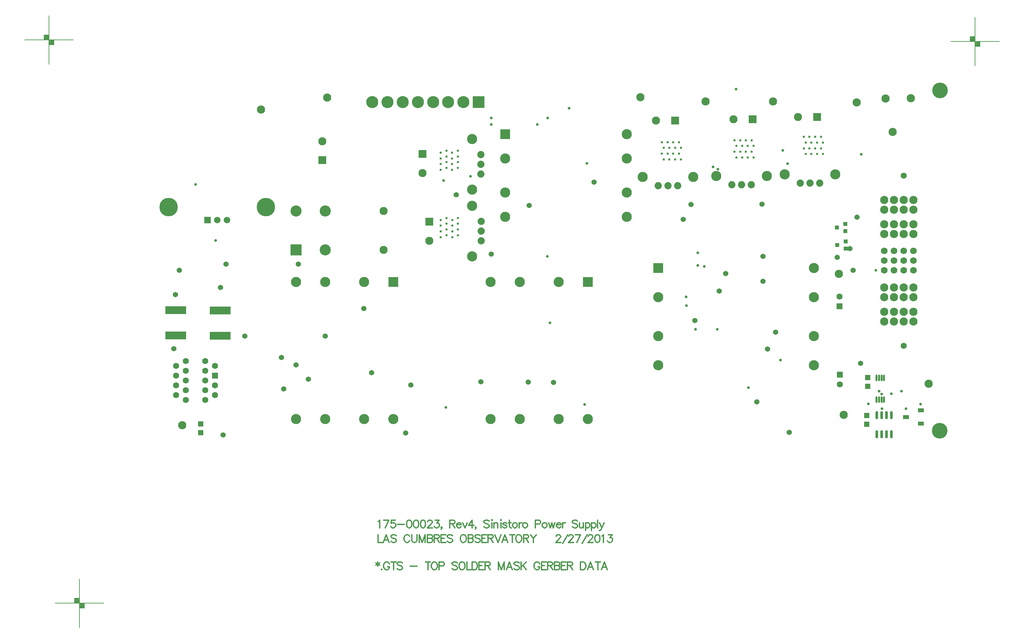
<source format=gts>
%FSLAX23Y23*%
%MOIN*%
G70*
G01*
G75*
G04 Layer_Color=8388736*
%ADD10O,0.024X0.079*%
%ADD11R,0.050X0.050*%
%ADD12O,0.014X0.067*%
%ADD13R,0.059X0.039*%
%ADD14R,0.036X0.036*%
%ADD15R,0.209X0.079*%
%ADD16C,0.010*%
%ADD17C,0.025*%
%ADD18C,0.050*%
%ADD19C,0.020*%
%ADD20C,0.100*%
%ADD21C,0.007*%
%ADD22C,0.012*%
%ADD23C,0.008*%
%ADD24C,0.012*%
%ADD25C,0.012*%
%ADD26R,0.100X0.100*%
%ADD27C,0.100*%
%ADD28R,0.100X0.100*%
%ADD29C,0.020*%
%ADD30C,0.063*%
%ADD31R,0.063X0.063*%
%ADD32C,0.070*%
%ADD33C,0.110*%
%ADD34R,0.110X0.110*%
%ADD35C,0.079*%
%ADD36C,0.059*%
%ADD37C,0.080*%
%ADD38C,0.065*%
%ADD39R,0.059X0.059*%
%ADD40R,0.059X0.059*%
%ADD41C,0.120*%
%ADD42R,0.120X0.120*%
%ADD43R,0.079X0.079*%
%ADD44R,0.079X0.079*%
%ADD45C,0.197*%
%ADD46C,0.157*%
%ADD47C,0.024*%
%ADD48C,0.050*%
%ADD49C,0.040*%
%ADD50C,0.005*%
G04:AMPARAMS|DCode=51|XSize=120mil|YSize=120mil|CornerRadius=0mil|HoleSize=0mil|Usage=FLASHONLY|Rotation=0.000|XOffset=0mil|YOffset=0mil|HoleType=Round|Shape=Relief|Width=10mil|Gap=10mil|Entries=4|*
%AMTHD51*
7,0,0,0.120,0.100,0.010,45*
%
%ADD51THD51*%
%ADD52C,0.030*%
%ADD53C,0.059*%
%ADD54C,0.060*%
G04:AMPARAMS|DCode=55|XSize=100mil|YSize=100mil|CornerRadius=0mil|HoleSize=0mil|Usage=FLASHONLY|Rotation=0.000|XOffset=0mil|YOffset=0mil|HoleType=Round|Shape=Relief|Width=10mil|Gap=10mil|Entries=4|*
%AMTHD55*
7,0,0,0.100,0.080,0.010,45*
%
%ADD55THD55*%
%ADD56C,0.091*%
%ADD57C,0.067*%
%ADD58C,0.170*%
%ADD59C,0.072*%
G04:AMPARAMS|DCode=60|XSize=112mil|YSize=112mil|CornerRadius=0mil|HoleSize=0mil|Usage=FLASHONLY|Rotation=0.000|XOffset=0mil|YOffset=0mil|HoleType=Round|Shape=Relief|Width=10mil|Gap=10mil|Entries=4|*
%AMTHD60*
7,0,0,0.112,0.092,0.010,45*
%
%ADD60THD60*%
%ADD61C,0.059*%
%ADD62C,0.055*%
G04:AMPARAMS|DCode=63|XSize=95.433mil|YSize=95.433mil|CornerRadius=0mil|HoleSize=0mil|Usage=FLASHONLY|Rotation=0.000|XOffset=0mil|YOffset=0mil|HoleType=Round|Shape=Relief|Width=10mil|Gap=10mil|Entries=4|*
%AMTHD63*
7,0,0,0.095,0.075,0.010,45*
%
%ADD63THD63*%
%ADD64C,0.090*%
G04:AMPARAMS|DCode=65|XSize=107.244mil|YSize=107.244mil|CornerRadius=0mil|HoleSize=0mil|Usage=FLASHONLY|Rotation=0.000|XOffset=0mil|YOffset=0mil|HoleType=Round|Shape=Relief|Width=10mil|Gap=10mil|Entries=4|*
%AMTHD65*
7,0,0,0.107,0.087,0.010,45*
%
%ADD65THD65*%
%ADD66C,0.145*%
%ADD67C,0.186*%
G04:AMPARAMS|DCode=68|XSize=70mil|YSize=70mil|CornerRadius=0mil|HoleSize=0mil|Usage=FLASHONLY|Rotation=0.000|XOffset=0mil|YOffset=0mil|HoleType=Round|Shape=Relief|Width=10mil|Gap=10mil|Entries=4|*
%AMTHD68*
7,0,0,0.070,0.050,0.010,45*
%
%ADD68THD68*%
%ADD69C,0.048*%
G04:AMPARAMS|DCode=70|XSize=88mil|YSize=88mil|CornerRadius=0mil|HoleSize=0mil|Usage=FLASHONLY|Rotation=0.000|XOffset=0mil|YOffset=0mil|HoleType=Round|Shape=Relief|Width=10mil|Gap=10mil|Entries=4|*
%AMTHD70*
7,0,0,0.088,0.068,0.010,45*
%
%ADD70THD70*%
%ADD71C,0.008*%
G04:AMPARAMS|DCode=72|XSize=99.37mil|YSize=99.37mil|CornerRadius=0mil|HoleSize=0mil|Usage=FLASHONLY|Rotation=0.000|XOffset=0mil|YOffset=0mil|HoleType=Round|Shape=Relief|Width=10mil|Gap=10mil|Entries=4|*
%AMTHD72*
7,0,0,0.099,0.079,0.010,45*
%
%ADD72THD72*%
%ADD73R,0.268X0.272*%
%ADD74R,0.037X0.075*%
%ADD75R,0.035X0.037*%
%ADD76R,0.035X0.037*%
%ADD77R,0.102X0.094*%
%ADD78R,0.063X0.075*%
%ADD79O,0.028X0.098*%
%ADD80R,0.036X0.032*%
%ADD81R,0.150X0.106*%
%ADD82R,0.050X0.050*%
%ADD83R,0.036X0.036*%
%ADD84R,0.272X0.268*%
%ADD85R,0.075X0.037*%
%ADD86R,0.032X0.036*%
%ADD87R,0.079X0.209*%
%ADD88C,0.010*%
%ADD89C,0.010*%
%ADD90C,0.024*%
%ADD91C,0.020*%
%ADD92C,0.030*%
%ADD93C,0.015*%
%ADD94C,0.007*%
%ADD95C,0.006*%
%ADD96C,0.012*%
%ADD97C,0.006*%
%ADD98R,0.043X0.008*%
%ADD99R,0.257X0.184*%
%ADD100O,0.028X0.083*%
%ADD101R,0.054X0.054*%
%ADD102O,0.018X0.071*%
%ADD103R,0.063X0.043*%
%ADD104R,0.040X0.040*%
%ADD105R,0.213X0.083*%
%ADD106R,0.104X0.104*%
%ADD107C,0.104*%
%ADD108R,0.104X0.104*%
%ADD109C,0.067*%
%ADD110R,0.067X0.067*%
%ADD111C,0.074*%
%ADD112C,0.114*%
%ADD113R,0.114X0.114*%
%ADD114C,0.083*%
%ADD115C,0.063*%
%ADD116C,0.084*%
%ADD117C,0.069*%
%ADD118R,0.063X0.063*%
%ADD119R,0.063X0.063*%
%ADD120C,0.124*%
%ADD121R,0.124X0.124*%
%ADD122R,0.083X0.083*%
%ADD123R,0.083X0.083*%
%ADD124C,0.190*%
%ADD125C,0.161*%
%ADD126C,0.028*%
%ADD127C,0.054*%
D22*
X19956Y14499D02*
Y14454D01*
X19937Y14488D02*
X19975Y14465D01*
Y14488D02*
X19937Y14465D01*
X19995Y14427D02*
X19991Y14423D01*
X19995Y14419D01*
X19999Y14423D01*
X19995Y14427D01*
X20074Y14480D02*
X20070Y14488D01*
X20062Y14496D01*
X20055Y14499D01*
X20039D01*
X20032Y14496D01*
X20024Y14488D01*
X20020Y14480D01*
X20017Y14469D01*
Y14450D01*
X20020Y14439D01*
X20024Y14431D01*
X20032Y14423D01*
X20039Y14419D01*
X20055D01*
X20062Y14423D01*
X20070Y14431D01*
X20074Y14439D01*
Y14450D01*
X20055D02*
X20074D01*
X20119Y14499D02*
Y14419D01*
X20092Y14499D02*
X20145D01*
X20208Y14488D02*
X20201Y14496D01*
X20189Y14499D01*
X20174D01*
X20162Y14496D01*
X20155Y14488D01*
Y14480D01*
X20159Y14473D01*
X20162Y14469D01*
X20170Y14465D01*
X20193Y14458D01*
X20201Y14454D01*
X20204Y14450D01*
X20208Y14442D01*
Y14431D01*
X20201Y14423D01*
X20189Y14419D01*
X20174D01*
X20162Y14423D01*
X20155Y14431D01*
X20289Y14454D02*
X20358D01*
X20471Y14499D02*
Y14419D01*
X20444Y14499D02*
X20497D01*
X20530D02*
X20522Y14496D01*
X20514Y14488D01*
X20511Y14480D01*
X20507Y14469D01*
Y14450D01*
X20511Y14439D01*
X20514Y14431D01*
X20522Y14423D01*
X20530Y14419D01*
X20545D01*
X20553Y14423D01*
X20560Y14431D01*
X20564Y14439D01*
X20568Y14450D01*
Y14469D01*
X20564Y14480D01*
X20560Y14488D01*
X20553Y14496D01*
X20545Y14499D01*
X20530D01*
X20586Y14458D02*
X20621D01*
X20632Y14461D01*
X20636Y14465D01*
X20640Y14473D01*
Y14484D01*
X20636Y14492D01*
X20632Y14496D01*
X20621Y14499D01*
X20586D01*
Y14419D01*
X20774Y14488D02*
X20766Y14496D01*
X20755Y14499D01*
X20740D01*
X20728Y14496D01*
X20720Y14488D01*
Y14480D01*
X20724Y14473D01*
X20728Y14469D01*
X20736Y14465D01*
X20759Y14458D01*
X20766Y14454D01*
X20770Y14450D01*
X20774Y14442D01*
Y14431D01*
X20766Y14423D01*
X20755Y14419D01*
X20740D01*
X20728Y14423D01*
X20720Y14431D01*
X20815Y14499D02*
X20807Y14496D01*
X20799Y14488D01*
X20796Y14480D01*
X20792Y14469D01*
Y14450D01*
X20796Y14439D01*
X20799Y14431D01*
X20807Y14423D01*
X20815Y14419D01*
X20830D01*
X20837Y14423D01*
X20845Y14431D01*
X20849Y14439D01*
X20853Y14450D01*
Y14469D01*
X20849Y14480D01*
X20845Y14488D01*
X20837Y14496D01*
X20830Y14499D01*
X20815D01*
X20871D02*
Y14419D01*
X20917D01*
X20926Y14499D02*
Y14419D01*
Y14499D02*
X20952D01*
X20964Y14496D01*
X20971Y14488D01*
X20975Y14480D01*
X20979Y14469D01*
Y14450D01*
X20975Y14439D01*
X20971Y14431D01*
X20964Y14423D01*
X20952Y14419D01*
X20926D01*
X21046Y14499D02*
X20997D01*
Y14419D01*
X21046D01*
X20997Y14461D02*
X21027D01*
X21060Y14499D02*
Y14419D01*
Y14499D02*
X21094D01*
X21106Y14496D01*
X21109Y14492D01*
X21113Y14484D01*
Y14477D01*
X21109Y14469D01*
X21106Y14465D01*
X21094Y14461D01*
X21060D01*
X21086D02*
X21113Y14419D01*
X21194Y14499D02*
Y14419D01*
Y14499D02*
X21224Y14419D01*
X21255Y14499D02*
X21224Y14419D01*
X21255Y14499D02*
Y14419D01*
X21339D02*
X21308Y14499D01*
X21278Y14419D01*
X21289Y14446D02*
X21327D01*
X21411Y14488D02*
X21403Y14496D01*
X21392Y14499D01*
X21376D01*
X21365Y14496D01*
X21357Y14488D01*
Y14480D01*
X21361Y14473D01*
X21365Y14469D01*
X21373Y14465D01*
X21395Y14458D01*
X21403Y14454D01*
X21407Y14450D01*
X21411Y14442D01*
Y14431D01*
X21403Y14423D01*
X21392Y14419D01*
X21376D01*
X21365Y14423D01*
X21357Y14431D01*
X21429Y14499D02*
Y14419D01*
X21482Y14499D02*
X21429Y14446D01*
X21448Y14465D02*
X21482Y14419D01*
X21620Y14480D02*
X21616Y14488D01*
X21608Y14496D01*
X21601Y14499D01*
X21585D01*
X21578Y14496D01*
X21570Y14488D01*
X21566Y14480D01*
X21563Y14469D01*
Y14450D01*
X21566Y14439D01*
X21570Y14431D01*
X21578Y14423D01*
X21585Y14419D01*
X21601D01*
X21608Y14423D01*
X21616Y14431D01*
X21620Y14439D01*
Y14450D01*
X21601D02*
X21620D01*
X21688Y14499D02*
X21638D01*
Y14419D01*
X21688D01*
X21638Y14461D02*
X21668D01*
X21701Y14499D02*
Y14419D01*
Y14499D02*
X21735D01*
X21747Y14496D01*
X21750Y14492D01*
X21754Y14484D01*
Y14477D01*
X21750Y14469D01*
X21747Y14465D01*
X21735Y14461D01*
X21701D01*
X21727D02*
X21754Y14419D01*
X21772Y14499D02*
Y14419D01*
Y14499D02*
X21806D01*
X21818Y14496D01*
X21822Y14492D01*
X21825Y14484D01*
Y14477D01*
X21822Y14469D01*
X21818Y14465D01*
X21806Y14461D01*
X21772D02*
X21806D01*
X21818Y14458D01*
X21822Y14454D01*
X21825Y14446D01*
Y14435D01*
X21822Y14427D01*
X21818Y14423D01*
X21806Y14419D01*
X21772D01*
X21893Y14499D02*
X21843D01*
Y14419D01*
X21893D01*
X21843Y14461D02*
X21874D01*
X21906Y14499D02*
Y14419D01*
Y14499D02*
X21940D01*
X21952Y14496D01*
X21956Y14492D01*
X21959Y14484D01*
Y14477D01*
X21956Y14469D01*
X21952Y14465D01*
X21940Y14461D01*
X21906D01*
X21933D02*
X21959Y14419D01*
X22040Y14499D02*
Y14419D01*
Y14499D02*
X22067D01*
X22078Y14496D01*
X22086Y14488D01*
X22090Y14480D01*
X22094Y14469D01*
Y14450D01*
X22090Y14439D01*
X22086Y14431D01*
X22078Y14423D01*
X22067Y14419D01*
X22040D01*
X22172D02*
X22142Y14499D01*
X22111Y14419D01*
X22123Y14446D02*
X22161D01*
X22218Y14499D02*
Y14419D01*
X22191Y14499D02*
X22244D01*
X22315Y14419D02*
X22284Y14499D01*
X22254Y14419D01*
X22265Y14446D02*
X22303D01*
D23*
X26066Y19877D02*
X26076D01*
X26066Y19872D02*
Y19882D01*
Y19872D02*
X26076D01*
Y19882D01*
X26066D02*
X26076D01*
X26061Y19867D02*
Y19882D01*
Y19867D02*
X26081D01*
Y19887D01*
X26061D02*
X26081D01*
X26056Y19862D02*
Y19887D01*
Y19862D02*
X26086D01*
Y19892D01*
X26056D02*
X26086D01*
X26051Y19857D02*
Y19897D01*
Y19857D02*
X26091D01*
Y19897D01*
X26051D02*
X26091D01*
X26116Y19827D02*
X26126D01*
X26116Y19822D02*
Y19832D01*
Y19822D02*
X26126D01*
Y19832D01*
X26116D02*
X26126D01*
X26111Y19817D02*
Y19832D01*
Y19817D02*
X26131D01*
Y19837D01*
X26111D02*
X26131D01*
X26106Y19812D02*
Y19837D01*
Y19812D02*
X26136D01*
Y19842D01*
X26106D02*
X26136D01*
X26101Y19807D02*
Y19847D01*
Y19807D02*
X26141D01*
Y19847D01*
X26101D02*
X26141D01*
X26096Y19802D02*
X26146D01*
Y19852D01*
X26046Y19902D02*
X26096D01*
X26046Y19852D02*
Y19902D01*
X26096Y19602D02*
Y20102D01*
X25846Y19852D02*
X26346D01*
X16547Y19893D02*
X16557D01*
X16547Y19888D02*
Y19898D01*
Y19888D02*
X16557D01*
Y19898D01*
X16547D02*
X16557D01*
X16542Y19883D02*
Y19898D01*
Y19883D02*
X16562D01*
Y19903D01*
X16542D02*
X16562D01*
X16537Y19878D02*
Y19903D01*
Y19878D02*
X16567D01*
Y19908D01*
X16537D02*
X16567D01*
X16532Y19873D02*
Y19913D01*
Y19873D02*
X16572D01*
Y19913D01*
X16532D02*
X16572D01*
X16597Y19843D02*
X16607D01*
X16597Y19838D02*
Y19848D01*
Y19838D02*
X16607D01*
Y19848D01*
X16597D02*
X16607D01*
X16592Y19833D02*
Y19848D01*
Y19833D02*
X16612D01*
Y19853D01*
X16592D02*
X16612D01*
X16587Y19828D02*
Y19853D01*
Y19828D02*
X16617D01*
Y19858D01*
X16587D02*
X16617D01*
X16582Y19823D02*
Y19863D01*
Y19823D02*
X16622D01*
Y19863D01*
X16582D02*
X16622D01*
X16577Y19818D02*
X16627D01*
Y19868D01*
X16527Y19918D02*
X16577D01*
X16527Y19868D02*
Y19918D01*
X16577Y19618D02*
Y20118D01*
X16327Y19868D02*
X16827D01*
X16860Y14102D02*
X16870D01*
X16860Y14097D02*
Y14107D01*
Y14097D02*
X16870D01*
Y14107D01*
X16860D02*
X16870D01*
X16855Y14092D02*
Y14107D01*
Y14092D02*
X16875D01*
Y14112D01*
X16855D02*
X16875D01*
X16850Y14087D02*
Y14112D01*
Y14087D02*
X16880D01*
Y14117D01*
X16850D02*
X16880D01*
X16845Y14082D02*
Y14122D01*
Y14082D02*
X16885D01*
Y14122D01*
X16845D02*
X16885D01*
X16910Y14052D02*
X16920D01*
X16910Y14047D02*
Y14057D01*
Y14047D02*
X16920D01*
Y14057D01*
X16910D02*
X16920D01*
X16905Y14042D02*
Y14057D01*
Y14042D02*
X16925D01*
Y14062D01*
X16905D02*
X16925D01*
X16900Y14037D02*
Y14062D01*
Y14037D02*
X16930D01*
Y14067D01*
X16900D02*
X16930D01*
X16895Y14032D02*
Y14072D01*
Y14032D02*
X16935D01*
Y14072D01*
X16895D02*
X16935D01*
X16890Y14027D02*
X16940D01*
Y14077D01*
X16840Y14127D02*
X16890D01*
X16840Y14077D02*
Y14127D01*
X16890Y13827D02*
Y14327D01*
X16640Y14077D02*
X17140D01*
D24*
X19958Y14780D02*
Y14700D01*
X20004D01*
X20073D02*
X20043Y14780D01*
X20013Y14700D01*
X20024Y14727D02*
X20062D01*
X20145Y14769D02*
X20138Y14776D01*
X20126Y14780D01*
X20111D01*
X20100Y14776D01*
X20092Y14769D01*
Y14761D01*
X20096Y14753D01*
X20100Y14750D01*
X20107Y14746D01*
X20130Y14738D01*
X20138Y14734D01*
X20142Y14731D01*
X20145Y14723D01*
Y14711D01*
X20138Y14704D01*
X20126Y14700D01*
X20111D01*
X20100Y14704D01*
X20092Y14711D01*
X20283Y14761D02*
X20280Y14769D01*
X20272Y14776D01*
X20264Y14780D01*
X20249D01*
X20241Y14776D01*
X20234Y14769D01*
X20230Y14761D01*
X20226Y14750D01*
Y14731D01*
X20230Y14719D01*
X20234Y14711D01*
X20241Y14704D01*
X20249Y14700D01*
X20264D01*
X20272Y14704D01*
X20280Y14711D01*
X20283Y14719D01*
X20306Y14780D02*
Y14723D01*
X20310Y14711D01*
X20317Y14704D01*
X20329Y14700D01*
X20336D01*
X20348Y14704D01*
X20355Y14711D01*
X20359Y14723D01*
Y14780D01*
X20381D02*
Y14700D01*
Y14780D02*
X20412Y14700D01*
X20442Y14780D02*
X20412Y14700D01*
X20442Y14780D02*
Y14700D01*
X20465Y14780D02*
Y14700D01*
Y14780D02*
X20499D01*
X20511Y14776D01*
X20515Y14772D01*
X20518Y14765D01*
Y14757D01*
X20515Y14750D01*
X20511Y14746D01*
X20499Y14742D01*
X20465D02*
X20499D01*
X20511Y14738D01*
X20515Y14734D01*
X20518Y14727D01*
Y14715D01*
X20515Y14708D01*
X20511Y14704D01*
X20499Y14700D01*
X20465D01*
X20536Y14780D02*
Y14700D01*
Y14780D02*
X20570D01*
X20582Y14776D01*
X20586Y14772D01*
X20590Y14765D01*
Y14757D01*
X20586Y14750D01*
X20582Y14746D01*
X20570Y14742D01*
X20536D01*
X20563D02*
X20590Y14700D01*
X20657Y14780D02*
X20607D01*
Y14700D01*
X20657D01*
X20607Y14742D02*
X20638D01*
X20724Y14769D02*
X20716Y14776D01*
X20705Y14780D01*
X20689D01*
X20678Y14776D01*
X20670Y14769D01*
Y14761D01*
X20674Y14753D01*
X20678Y14750D01*
X20686Y14746D01*
X20708Y14738D01*
X20716Y14734D01*
X20720Y14731D01*
X20724Y14723D01*
Y14711D01*
X20716Y14704D01*
X20705Y14700D01*
X20689D01*
X20678Y14704D01*
X20670Y14711D01*
X20827Y14780D02*
X20820Y14776D01*
X20812Y14769D01*
X20808Y14761D01*
X20804Y14750D01*
Y14731D01*
X20808Y14719D01*
X20812Y14711D01*
X20820Y14704D01*
X20827Y14700D01*
X20842D01*
X20850Y14704D01*
X20858Y14711D01*
X20861Y14719D01*
X20865Y14731D01*
Y14750D01*
X20861Y14761D01*
X20858Y14769D01*
X20850Y14776D01*
X20842Y14780D01*
X20827D01*
X20884D02*
Y14700D01*
Y14780D02*
X20918D01*
X20930Y14776D01*
X20933Y14772D01*
X20937Y14765D01*
Y14757D01*
X20933Y14750D01*
X20930Y14746D01*
X20918Y14742D01*
X20884D02*
X20918D01*
X20930Y14738D01*
X20933Y14734D01*
X20937Y14727D01*
Y14715D01*
X20933Y14708D01*
X20930Y14704D01*
X20918Y14700D01*
X20884D01*
X21008Y14769D02*
X21001Y14776D01*
X20989Y14780D01*
X20974D01*
X20963Y14776D01*
X20955Y14769D01*
Y14761D01*
X20959Y14753D01*
X20963Y14750D01*
X20970Y14746D01*
X20993Y14738D01*
X21001Y14734D01*
X21005Y14731D01*
X21008Y14723D01*
Y14711D01*
X21001Y14704D01*
X20989Y14700D01*
X20974D01*
X20963Y14704D01*
X20955Y14711D01*
X21076Y14780D02*
X21026D01*
Y14700D01*
X21076D01*
X21026Y14742D02*
X21057D01*
X21089Y14780D02*
Y14700D01*
Y14780D02*
X21124D01*
X21135Y14776D01*
X21139Y14772D01*
X21143Y14765D01*
Y14757D01*
X21139Y14750D01*
X21135Y14746D01*
X21124Y14742D01*
X21089D01*
X21116D02*
X21143Y14700D01*
X21160Y14780D02*
X21191Y14700D01*
X21221Y14780D02*
X21191Y14700D01*
X21293D02*
X21262Y14780D01*
X21232Y14700D01*
X21243Y14727D02*
X21281D01*
X21338Y14780D02*
Y14700D01*
X21311Y14780D02*
X21365D01*
X21397D02*
X21389Y14776D01*
X21382Y14769D01*
X21378Y14761D01*
X21374Y14750D01*
Y14731D01*
X21378Y14719D01*
X21382Y14711D01*
X21389Y14704D01*
X21397Y14700D01*
X21412D01*
X21420Y14704D01*
X21427Y14711D01*
X21431Y14719D01*
X21435Y14731D01*
Y14750D01*
X21431Y14761D01*
X21427Y14769D01*
X21420Y14776D01*
X21412Y14780D01*
X21397D01*
X21454D02*
Y14700D01*
Y14780D02*
X21488D01*
X21499Y14776D01*
X21503Y14772D01*
X21507Y14765D01*
Y14757D01*
X21503Y14750D01*
X21499Y14746D01*
X21488Y14742D01*
X21454D01*
X21480D02*
X21507Y14700D01*
X21525Y14780D02*
X21555Y14742D01*
Y14700D01*
X21586Y14780D02*
X21555Y14742D01*
X21789Y14761D02*
Y14765D01*
X21792Y14772D01*
X21796Y14776D01*
X21804Y14780D01*
X21819D01*
X21827Y14776D01*
X21830Y14772D01*
X21834Y14765D01*
Y14757D01*
X21830Y14750D01*
X21823Y14738D01*
X21785Y14700D01*
X21838D01*
X21856Y14689D02*
X21909Y14780D01*
X21918Y14761D02*
Y14765D01*
X21922Y14772D01*
X21926Y14776D01*
X21934Y14780D01*
X21949D01*
X21956Y14776D01*
X21960Y14772D01*
X21964Y14765D01*
Y14757D01*
X21960Y14750D01*
X21953Y14738D01*
X21915Y14700D01*
X21968D01*
X22039Y14780D02*
X22001Y14700D01*
X21986Y14780D02*
X22039D01*
X22057Y14689D02*
X22110Y14780D01*
X22119Y14761D02*
Y14765D01*
X22123Y14772D01*
X22127Y14776D01*
X22135Y14780D01*
X22150D01*
X22158Y14776D01*
X22161Y14772D01*
X22165Y14765D01*
Y14757D01*
X22161Y14750D01*
X22154Y14738D01*
X22116Y14700D01*
X22169D01*
X22210Y14780D02*
X22198Y14776D01*
X22191Y14765D01*
X22187Y14746D01*
Y14734D01*
X22191Y14715D01*
X22198Y14704D01*
X22210Y14700D01*
X22217D01*
X22229Y14704D01*
X22236Y14715D01*
X22240Y14734D01*
Y14746D01*
X22236Y14765D01*
X22229Y14776D01*
X22217Y14780D01*
X22210D01*
X22258Y14765D02*
X22266Y14769D01*
X22277Y14780D01*
Y14700D01*
X22324Y14780D02*
X22366D01*
X22343Y14750D01*
X22355D01*
X22362Y14746D01*
X22366Y14742D01*
X22370Y14731D01*
Y14723D01*
X22366Y14711D01*
X22359Y14704D01*
X22347Y14700D01*
X22336D01*
X22324Y14704D01*
X22321Y14708D01*
X22317Y14715D01*
D25*
X19958Y14915D02*
X19966Y14919D01*
X19977Y14930D01*
Y14850D01*
X20070Y14930D02*
X20032Y14850D01*
X20017Y14930D02*
X20070D01*
X20134D02*
X20096D01*
X20092Y14896D01*
X20096Y14900D01*
X20107Y14903D01*
X20118D01*
X20130Y14900D01*
X20137Y14892D01*
X20141Y14881D01*
Y14873D01*
X20137Y14861D01*
X20130Y14854D01*
X20118Y14850D01*
X20107D01*
X20096Y14854D01*
X20092Y14858D01*
X20088Y14865D01*
X20159Y14884D02*
X20228D01*
X20274Y14930D02*
X20263Y14926D01*
X20255Y14915D01*
X20251Y14896D01*
Y14884D01*
X20255Y14865D01*
X20263Y14854D01*
X20274Y14850D01*
X20282D01*
X20293Y14854D01*
X20301Y14865D01*
X20305Y14884D01*
Y14896D01*
X20301Y14915D01*
X20293Y14926D01*
X20282Y14930D01*
X20274D01*
X20345D02*
X20334Y14926D01*
X20326Y14915D01*
X20323Y14896D01*
Y14884D01*
X20326Y14865D01*
X20334Y14854D01*
X20345Y14850D01*
X20353D01*
X20364Y14854D01*
X20372Y14865D01*
X20376Y14884D01*
Y14896D01*
X20372Y14915D01*
X20364Y14926D01*
X20353Y14930D01*
X20345D01*
X20417D02*
X20405Y14926D01*
X20398Y14915D01*
X20394Y14896D01*
Y14884D01*
X20398Y14865D01*
X20405Y14854D01*
X20417Y14850D01*
X20424D01*
X20436Y14854D01*
X20443Y14865D01*
X20447Y14884D01*
Y14896D01*
X20443Y14915D01*
X20436Y14926D01*
X20424Y14930D01*
X20417D01*
X20469Y14911D02*
Y14915D01*
X20473Y14922D01*
X20476Y14926D01*
X20484Y14930D01*
X20499D01*
X20507Y14926D01*
X20511Y14922D01*
X20515Y14915D01*
Y14907D01*
X20511Y14900D01*
X20503Y14888D01*
X20465Y14850D01*
X20518D01*
X20544Y14930D02*
X20586D01*
X20563Y14900D01*
X20574D01*
X20582Y14896D01*
X20586Y14892D01*
X20590Y14881D01*
Y14873D01*
X20586Y14861D01*
X20578Y14854D01*
X20567Y14850D01*
X20555D01*
X20544Y14854D01*
X20540Y14858D01*
X20536Y14865D01*
X20615Y14854D02*
X20611Y14850D01*
X20607Y14854D01*
X20611Y14858D01*
X20615Y14854D01*
Y14846D01*
X20611Y14839D01*
X20607Y14835D01*
X20695Y14930D02*
Y14850D01*
Y14930D02*
X20730D01*
X20741Y14926D01*
X20745Y14922D01*
X20749Y14915D01*
Y14907D01*
X20745Y14900D01*
X20741Y14896D01*
X20730Y14892D01*
X20695D01*
X20722D02*
X20749Y14850D01*
X20767Y14881D02*
X20812D01*
Y14888D01*
X20809Y14896D01*
X20805Y14900D01*
X20797Y14903D01*
X20786D01*
X20778Y14900D01*
X20770Y14892D01*
X20767Y14881D01*
Y14873D01*
X20770Y14861D01*
X20778Y14854D01*
X20786Y14850D01*
X20797D01*
X20805Y14854D01*
X20812Y14861D01*
X20829Y14903D02*
X20852Y14850D01*
X20875Y14903D02*
X20852Y14850D01*
X20926Y14930D02*
X20888Y14877D01*
X20945D01*
X20926Y14930D02*
Y14850D01*
X20967Y14854D02*
X20963Y14850D01*
X20959Y14854D01*
X20963Y14858D01*
X20967Y14854D01*
Y14846D01*
X20963Y14839D01*
X20959Y14835D01*
X21101Y14919D02*
X21093Y14926D01*
X21082Y14930D01*
X21066D01*
X21055Y14926D01*
X21047Y14919D01*
Y14911D01*
X21051Y14903D01*
X21055Y14900D01*
X21063Y14896D01*
X21085Y14888D01*
X21093Y14884D01*
X21097Y14881D01*
X21101Y14873D01*
Y14861D01*
X21093Y14854D01*
X21082Y14850D01*
X21066D01*
X21055Y14854D01*
X21047Y14861D01*
X21126Y14930D02*
X21130Y14926D01*
X21134Y14930D01*
X21130Y14934D01*
X21126Y14930D01*
X21130Y14903D02*
Y14850D01*
X21148Y14903D02*
Y14850D01*
Y14888D02*
X21159Y14900D01*
X21167Y14903D01*
X21178D01*
X21186Y14900D01*
X21190Y14888D01*
Y14850D01*
X21218Y14930D02*
X21222Y14926D01*
X21226Y14930D01*
X21222Y14934D01*
X21218Y14930D01*
X21222Y14903D02*
Y14850D01*
X21282Y14892D02*
X21278Y14900D01*
X21267Y14903D01*
X21255D01*
X21244Y14900D01*
X21240Y14892D01*
X21244Y14884D01*
X21251Y14881D01*
X21271Y14877D01*
X21278Y14873D01*
X21282Y14865D01*
Y14861D01*
X21278Y14854D01*
X21267Y14850D01*
X21255D01*
X21244Y14854D01*
X21240Y14861D01*
X21310Y14930D02*
Y14865D01*
X21314Y14854D01*
X21322Y14850D01*
X21329D01*
X21299Y14903D02*
X21325D01*
X21360D02*
X21352Y14900D01*
X21344Y14892D01*
X21341Y14881D01*
Y14873D01*
X21344Y14861D01*
X21352Y14854D01*
X21360Y14850D01*
X21371D01*
X21379Y14854D01*
X21386Y14861D01*
X21390Y14873D01*
Y14881D01*
X21386Y14892D01*
X21379Y14900D01*
X21371Y14903D01*
X21360D01*
X21408D02*
Y14850D01*
Y14881D02*
X21411Y14892D01*
X21419Y14900D01*
X21427Y14903D01*
X21438D01*
X21464D02*
X21457Y14900D01*
X21449Y14892D01*
X21445Y14881D01*
Y14873D01*
X21449Y14861D01*
X21457Y14854D01*
X21464Y14850D01*
X21476D01*
X21483Y14854D01*
X21491Y14861D01*
X21495Y14873D01*
Y14881D01*
X21491Y14892D01*
X21483Y14900D01*
X21476Y14903D01*
X21464D01*
X21575Y14888D02*
X21610D01*
X21621Y14892D01*
X21625Y14896D01*
X21629Y14903D01*
Y14915D01*
X21625Y14922D01*
X21621Y14926D01*
X21610Y14930D01*
X21575D01*
Y14850D01*
X21665Y14903D02*
X21658Y14900D01*
X21650Y14892D01*
X21646Y14881D01*
Y14873D01*
X21650Y14861D01*
X21658Y14854D01*
X21665Y14850D01*
X21677D01*
X21685Y14854D01*
X21692Y14861D01*
X21696Y14873D01*
Y14881D01*
X21692Y14892D01*
X21685Y14900D01*
X21677Y14903D01*
X21665D01*
X21713D02*
X21729Y14850D01*
X21744Y14903D02*
X21729Y14850D01*
X21744Y14903D02*
X21759Y14850D01*
X21774Y14903D02*
X21759Y14850D01*
X21793Y14881D02*
X21839D01*
Y14888D01*
X21835Y14896D01*
X21831Y14900D01*
X21824Y14903D01*
X21812D01*
X21805Y14900D01*
X21797Y14892D01*
X21793Y14881D01*
Y14873D01*
X21797Y14861D01*
X21805Y14854D01*
X21812Y14850D01*
X21824D01*
X21831Y14854D01*
X21839Y14861D01*
X21856Y14903D02*
Y14850D01*
Y14881D02*
X21860Y14892D01*
X21867Y14900D01*
X21875Y14903D01*
X21886D01*
X22010Y14919D02*
X22002Y14926D01*
X21991Y14930D01*
X21976D01*
X21964Y14926D01*
X21956Y14919D01*
Y14911D01*
X21960Y14903D01*
X21964Y14900D01*
X21972Y14896D01*
X21995Y14888D01*
X22002Y14884D01*
X22006Y14881D01*
X22010Y14873D01*
Y14861D01*
X22002Y14854D01*
X21991Y14850D01*
X21976D01*
X21964Y14854D01*
X21956Y14861D01*
X22028Y14903D02*
Y14865D01*
X22032Y14854D01*
X22039Y14850D01*
X22051D01*
X22058Y14854D01*
X22070Y14865D01*
Y14903D02*
Y14850D01*
X22091Y14903D02*
Y14823D01*
Y14892D02*
X22098Y14900D01*
X22106Y14903D01*
X22117D01*
X22125Y14900D01*
X22132Y14892D01*
X22136Y14881D01*
Y14873D01*
X22132Y14861D01*
X22125Y14854D01*
X22117Y14850D01*
X22106D01*
X22098Y14854D01*
X22091Y14861D01*
X22153Y14903D02*
Y14823D01*
Y14892D02*
X22161Y14900D01*
X22169Y14903D01*
X22180D01*
X22188Y14900D01*
X22195Y14892D01*
X22199Y14881D01*
Y14873D01*
X22195Y14861D01*
X22188Y14854D01*
X22180Y14850D01*
X22169D01*
X22161Y14854D01*
X22153Y14861D01*
X22216Y14930D02*
Y14850D01*
X22237Y14903D02*
X22260Y14850D01*
X22283Y14903D02*
X22260Y14850D01*
X22252Y14835D01*
X22244Y14827D01*
X22237Y14823D01*
X22233D01*
D47*
X24512Y18871D02*
D03*
X24453D02*
D03*
X24393D02*
D03*
X24334D02*
D03*
X24354Y18812D02*
D03*
X24413D02*
D03*
X24472D02*
D03*
X24531D02*
D03*
X24512Y18753D02*
D03*
X24453D02*
D03*
X24393D02*
D03*
X24334D02*
D03*
X24354Y18694D02*
D03*
X24413D02*
D03*
X24472D02*
D03*
X24531D02*
D03*
X20603Y18017D02*
D03*
X20603Y17958D02*
D03*
Y17899D02*
D03*
Y17840D02*
D03*
X20662Y17860D02*
D03*
X20662Y17919D02*
D03*
X20662Y17978D02*
D03*
X20662Y18037D02*
D03*
X20721Y18017D02*
D03*
Y17958D02*
D03*
Y17899D02*
D03*
Y17840D02*
D03*
X20780Y17860D02*
D03*
X20780Y17919D02*
D03*
X20780Y17978D02*
D03*
X20780Y18037D02*
D03*
X20602Y18709D02*
D03*
X20602Y18650D02*
D03*
Y18591D02*
D03*
Y18532D02*
D03*
X20661Y18552D02*
D03*
X20661Y18611D02*
D03*
X20661Y18670D02*
D03*
X20661Y18729D02*
D03*
X20720Y18709D02*
D03*
Y18650D02*
D03*
Y18591D02*
D03*
Y18532D02*
D03*
X20779Y18552D02*
D03*
X20779Y18611D02*
D03*
X20779Y18670D02*
D03*
X20779Y18729D02*
D03*
X23800Y18837D02*
D03*
X23740Y18837D02*
D03*
X23681D02*
D03*
X23622D02*
D03*
X23642Y18778D02*
D03*
X23701Y18778D02*
D03*
X23760Y18778D02*
D03*
X23819Y18778D02*
D03*
X23800Y18719D02*
D03*
X23740D02*
D03*
X23681D02*
D03*
X23622D02*
D03*
X23642Y18660D02*
D03*
X23701Y18660D02*
D03*
X23760Y18660D02*
D03*
X23819Y18660D02*
D03*
X23052Y18817D02*
D03*
X22993Y18817D02*
D03*
X22934D02*
D03*
X22874D02*
D03*
X22894Y18758D02*
D03*
X22953Y18758D02*
D03*
X23012Y18758D02*
D03*
X23071Y18758D02*
D03*
X23052Y18699D02*
D03*
X22993D02*
D03*
X22934D02*
D03*
X22874D02*
D03*
X22894Y18640D02*
D03*
X22953Y18640D02*
D03*
X23012Y18640D02*
D03*
X23071Y18640D02*
D03*
D100*
X25236Y16008D02*
D03*
X25186D02*
D03*
X25136D02*
D03*
X25086D02*
D03*
X25236Y15811D02*
D03*
X25186D02*
D03*
X25136D02*
D03*
X25086D02*
D03*
D101*
X18136Y15830D02*
D03*
Y15920D02*
D03*
X24981Y15915D02*
D03*
Y16005D02*
D03*
X24991Y16305D02*
D03*
Y16395D02*
D03*
D102*
X25160Y16392D02*
D03*
X25134D02*
D03*
X25109D02*
D03*
X25083D02*
D03*
X25160Y16168D02*
D03*
X25134D02*
D03*
X25109D02*
D03*
X25083D02*
D03*
D103*
X25538Y16059D02*
D03*
X25385Y15990D02*
D03*
X25538Y15921D02*
D03*
D104*
X24764Y17797D02*
D03*
X24678Y17760D02*
D03*
X24764Y17723D02*
D03*
X24763Y17902D02*
D03*
X24677Y17939D02*
D03*
X24763Y17976D02*
D03*
D105*
X17879Y17089D02*
D03*
Y16829D02*
D03*
X18336Y17085D02*
D03*
Y16825D02*
D03*
D106*
X22839Y17521D02*
D03*
X21265Y18900D02*
D03*
D107*
X22839Y17221D02*
D03*
Y16821D02*
D03*
Y16521D02*
D03*
X24439D02*
D03*
Y16821D02*
D03*
Y17221D02*
D03*
Y17521D02*
D03*
X22515Y18900D02*
D03*
Y18650D02*
D03*
Y18300D02*
D03*
Y18050D02*
D03*
X21265D02*
D03*
Y18300D02*
D03*
Y18650D02*
D03*
X21814Y17380D02*
D03*
X21414D02*
D03*
X21114D02*
D03*
Y15970D02*
D03*
X21414D02*
D03*
X21814D02*
D03*
X22114D02*
D03*
X22679Y18460D02*
D03*
X23199D02*
D03*
X20927Y17643D02*
D03*
Y18163D02*
D03*
X20925Y18330D02*
D03*
Y18850D02*
D03*
X19815Y17380D02*
D03*
X19415D02*
D03*
X19115D02*
D03*
Y15970D02*
D03*
X19415D02*
D03*
X19815D02*
D03*
X20115D02*
D03*
X24139Y18486D02*
D03*
X24659D02*
D03*
X23435Y18469D02*
D03*
X23955D02*
D03*
D108*
X22114Y17380D02*
D03*
X20115D02*
D03*
D109*
X18404Y18014D02*
D03*
X18304D02*
D03*
D110*
X18204D02*
D03*
D111*
X23039Y18369D02*
D03*
X22939D02*
D03*
X22839D02*
D03*
X21019Y18003D02*
D03*
Y17903D02*
D03*
Y17803D02*
D03*
X21016Y18690D02*
D03*
Y18590D02*
D03*
Y18490D02*
D03*
X24499Y18395D02*
D03*
X24399D02*
D03*
X24299D02*
D03*
X23795Y18378D02*
D03*
X23695D02*
D03*
X23595D02*
D03*
D112*
X19416Y18110D02*
D03*
Y17710D02*
D03*
X19116Y18110D02*
D03*
D113*
Y17710D02*
D03*
D114*
X20016Y18110D02*
D03*
Y17710D02*
D03*
X22815Y19038D02*
D03*
X19387Y18827D02*
D03*
X20486Y17801D02*
D03*
X20415Y18499D02*
D03*
X24275Y19077D02*
D03*
X23611Y19051D02*
D03*
D115*
X25362Y16723D02*
D03*
Y18473D02*
D03*
X18282Y16514D02*
D03*
X18182Y16564D02*
D03*
X17982D02*
D03*
X17882Y16514D02*
D03*
Y16414D02*
D03*
Y16314D02*
D03*
Y16214D02*
D03*
X17982Y16164D02*
D03*
X18182D02*
D03*
X18282Y16214D02*
D03*
Y16314D02*
D03*
X18182Y16364D02*
D03*
Y16464D02*
D03*
X17982D02*
D03*
Y16364D02*
D03*
Y16264D02*
D03*
X18182D02*
D03*
X24701Y17230D02*
D03*
X24707Y16324D02*
D03*
D116*
X25462Y18223D02*
D03*
X25362D02*
D03*
X25262D02*
D03*
X25162D02*
D03*
Y18123D02*
D03*
X25262D02*
D03*
X25362D02*
D03*
X25462D02*
D03*
X25162Y17973D02*
D03*
X25262D02*
D03*
X25362D02*
D03*
X25462D02*
D03*
X25162Y17873D02*
D03*
X25262D02*
D03*
X25362D02*
D03*
X25462D02*
D03*
Y16973D02*
D03*
X25362D02*
D03*
X25262D02*
D03*
X25162D02*
D03*
X25462Y17073D02*
D03*
X25362D02*
D03*
X25262D02*
D03*
X25162D02*
D03*
X25462Y17223D02*
D03*
X25362D02*
D03*
X25262D02*
D03*
X25162D02*
D03*
Y17323D02*
D03*
X25262D02*
D03*
X25362D02*
D03*
X25462D02*
D03*
X25437Y19268D02*
D03*
X18755Y19151D02*
D03*
X17945Y15906D02*
D03*
X25250Y18922D02*
D03*
X22655Y19279D02*
D03*
X19437Y19277D02*
D03*
X24879Y19227D02*
D03*
X24019Y19237D02*
D03*
X23326Y19236D02*
D03*
X24747Y16012D02*
D03*
X24696Y17463D02*
D03*
X25619Y16331D02*
D03*
X25176Y19266D02*
D03*
D117*
X25462Y17498D02*
D03*
X25362D02*
D03*
X25262D02*
D03*
X25162D02*
D03*
X25462Y17598D02*
D03*
X25362D02*
D03*
X25262D02*
D03*
X25162D02*
D03*
X25462Y17698D02*
D03*
X25362D02*
D03*
X25262D02*
D03*
X25162D02*
D03*
D118*
X18282Y16414D02*
D03*
D119*
X24701Y17130D02*
D03*
X24707Y16424D02*
D03*
D120*
X19900Y19228D02*
D03*
X20056D02*
D03*
X20836D02*
D03*
X20680D02*
D03*
X20524D02*
D03*
X20368D02*
D03*
X20212D02*
D03*
D121*
X20992D02*
D03*
D122*
X23012Y19038D02*
D03*
X24472Y19077D02*
D03*
X23808Y19051D02*
D03*
D123*
X19387Y18631D02*
D03*
X20486Y17998D02*
D03*
X20415Y18696D02*
D03*
D124*
X18804Y18150D02*
D03*
X17804D02*
D03*
D125*
X25735Y19349D02*
D03*
X25733Y15849D02*
D03*
D126*
X25077Y17500D02*
D03*
X23452Y18540D02*
D03*
X24118Y18732D02*
D03*
X24927Y18693D02*
D03*
X20632Y18423D02*
D03*
X21121Y19066D02*
D03*
X21703Y19064D02*
D03*
X21699Y17641D02*
D03*
X21727Y16959D02*
D03*
X21595Y18998D02*
D03*
X21121Y18999D02*
D03*
X20910Y18465D02*
D03*
X23403Y18562D02*
D03*
X24170Y18597D02*
D03*
X18081Y18383D02*
D03*
X18290Y17806D02*
D03*
X22104Y18599D02*
D03*
X24095Y16574D02*
D03*
X23764Y16292D02*
D03*
X22081Y16118D02*
D03*
X21923Y19167D02*
D03*
X23247Y17549D02*
D03*
X23312Y17539D02*
D03*
X23247Y17679D02*
D03*
X23444Y16892D02*
D03*
X23124Y17225D02*
D03*
X23128Y17135D02*
D03*
X23223Y16892D02*
D03*
X20657Y16088D02*
D03*
X25109Y16254D02*
D03*
X25134Y16227D02*
D03*
X25236Y16228D02*
D03*
X25384Y16074D02*
D03*
X25138Y16075D02*
D03*
X25537Y16122D02*
D03*
X24998Y16124D02*
D03*
X25338Y16254D02*
D03*
X23639Y19363D02*
D03*
D127*
X18590Y16822D02*
D03*
X19891Y16446D02*
D03*
X20241Y15827D02*
D03*
X18395Y17561D02*
D03*
X19140D02*
D03*
X23096Y18021D02*
D03*
X24881Y18047D02*
D03*
X24919Y16543D02*
D03*
X18365Y15805D02*
D03*
X18965Y16603D02*
D03*
X18990Y16280D02*
D03*
X23215Y16981D02*
D03*
X17915Y17498D02*
D03*
X18340Y17323D02*
D03*
X17858Y16691D02*
D03*
X17877Y17250D02*
D03*
X24680Y17632D02*
D03*
X24186Y15832D02*
D03*
X23852Y16145D02*
D03*
X23465Y17287D02*
D03*
X23176Y18177D02*
D03*
X23906Y18180D02*
D03*
X21123Y17666D02*
D03*
X21511Y18164D02*
D03*
X20761Y18274D02*
D03*
X24047Y16861D02*
D03*
X23962Y16690D02*
D03*
X22179Y18404D02*
D03*
X21015Y16353D02*
D03*
X21502Y16350D02*
D03*
X21763Y16347D02*
D03*
X20296Y16320D02*
D03*
X19242Y16379D02*
D03*
X19116Y16527D02*
D03*
X19416Y16822D02*
D03*
X19811Y17105D02*
D03*
X23915Y17641D02*
D03*
Y17385D02*
D03*
X23531Y17464D02*
D03*
X24843Y17499D02*
D03*
X24810Y17721D02*
D03*
M02*

</source>
